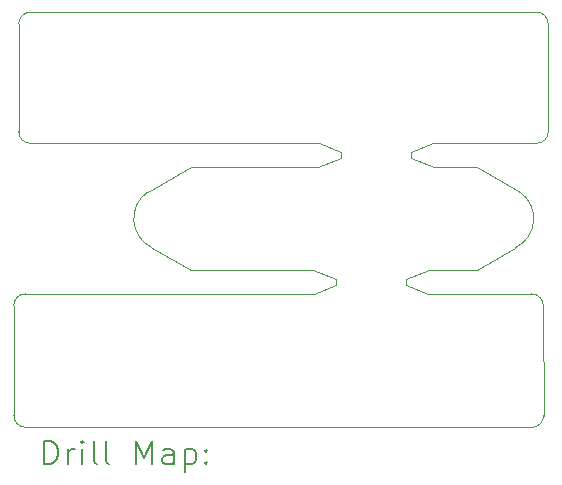
<source format=gbr>
%TF.GenerationSoftware,KiCad,Pcbnew,9.0.1*%
%TF.CreationDate,2025-06-23T12:59:58-04:00*%
%TF.ProjectId,Colossus_TI_rev_B,436f6c6f-7373-4757-935f-54495f726576,rev?*%
%TF.SameCoordinates,Original*%
%TF.FileFunction,Drillmap*%
%TF.FilePolarity,Positive*%
%FSLAX45Y45*%
G04 Gerber Fmt 4.5, Leading zero omitted, Abs format (unit mm)*
G04 Created by KiCad (PCBNEW 9.0.1) date 2025-06-23 12:59:58*
%MOMM*%
%LPD*%
G01*
G04 APERTURE LIST*
%ADD10C,0.038100*%
%ADD11C,0.200000*%
G04 APERTURE END LIST*
D10*
X7172711Y-5975290D02*
X7173000Y-5065000D01*
X8630000Y-6275000D02*
X9705000Y-6275000D01*
X8630000Y-7150000D02*
X8303750Y-6960000D01*
X10687500Y-6275000D02*
X11050000Y-6275000D01*
X7273000Y-4964978D02*
X11555289Y-4963711D01*
X11617289Y-8380289D02*
G75*
G02*
X11517289Y-8480289I-99999J-1D01*
G01*
X7272711Y-6075289D02*
G75*
G02*
X7172711Y-5975289I-1J99999D01*
G01*
X7232000Y-8480000D02*
G75*
G02*
X7132000Y-8380000I0J100000D01*
G01*
X10492500Y-6150000D02*
X10680000Y-6075000D01*
X7130000Y-7450000D02*
G75*
G02*
X7230000Y-7350000I100000J0D01*
G01*
X10450000Y-7275000D02*
X10637500Y-7350000D01*
X11515000Y-7350000D02*
X10637500Y-7350000D01*
X9857500Y-7275000D02*
X9670000Y-7350000D01*
X11515000Y-7350000D02*
G75*
G02*
X11615000Y-7450000I0J-100000D01*
G01*
X10645000Y-7150000D02*
X11050000Y-7150000D01*
X8630000Y-7150000D02*
X9662500Y-7150000D01*
X10492500Y-6200000D02*
X10687500Y-6275000D01*
X11050000Y-7150000D02*
X11377500Y-6960000D01*
X8303750Y-6960000D02*
G75*
G02*
X8265822Y-6486879I117500J247500D01*
G01*
X9857500Y-7225000D02*
X9857500Y-7275000D01*
X11555289Y-4963711D02*
G75*
G02*
X11655289Y-5063711I1J-99999D01*
G01*
X10492500Y-6200000D02*
X10492500Y-6150000D01*
X7232000Y-8480007D02*
X11517290Y-8480289D01*
X11657289Y-5975289D02*
G75*
G02*
X11557289Y-6075289I-99999J-1D01*
G01*
X10450000Y-7225000D02*
X10450000Y-7275000D01*
X9670000Y-7350000D02*
X7230000Y-7350000D01*
X9712500Y-6075000D02*
X7272711Y-6075000D01*
X10450000Y-7225000D02*
X10645000Y-7150000D01*
X11415428Y-6486879D02*
G75*
G02*
X11377500Y-6960000I-155428J-225621D01*
G01*
X11655289Y-5063711D02*
X11657500Y-5976000D01*
X11050000Y-6275000D02*
X11415428Y-6486879D01*
X9900000Y-6200000D02*
X9900000Y-6150000D01*
X8630000Y-6275000D02*
X8265822Y-6486879D01*
X9900000Y-6200000D02*
X9705000Y-6275000D01*
X11617289Y-8380290D02*
X11615000Y-7450000D01*
X7130000Y-7450000D02*
X7132000Y-8380000D01*
X7173000Y-5065000D02*
G75*
G02*
X7273000Y-4965000I100000J0D01*
G01*
X11557289Y-6075289D02*
X10680000Y-6075000D01*
X9857500Y-7225000D02*
X9662500Y-7150000D01*
X9900000Y-6150000D02*
X9712500Y-6075000D01*
D11*
X7388872Y-8793678D02*
X7388872Y-8593678D01*
X7388872Y-8593678D02*
X7436491Y-8593678D01*
X7436491Y-8593678D02*
X7465062Y-8603202D01*
X7465062Y-8603202D02*
X7484110Y-8622250D01*
X7484110Y-8622250D02*
X7493634Y-8641297D01*
X7493634Y-8641297D02*
X7503157Y-8679392D01*
X7503157Y-8679392D02*
X7503157Y-8707964D01*
X7503157Y-8707964D02*
X7493634Y-8746059D01*
X7493634Y-8746059D02*
X7484110Y-8765107D01*
X7484110Y-8765107D02*
X7465062Y-8784154D01*
X7465062Y-8784154D02*
X7436491Y-8793678D01*
X7436491Y-8793678D02*
X7388872Y-8793678D01*
X7588872Y-8793678D02*
X7588872Y-8660345D01*
X7588872Y-8698440D02*
X7598396Y-8679392D01*
X7598396Y-8679392D02*
X7607919Y-8669869D01*
X7607919Y-8669869D02*
X7626967Y-8660345D01*
X7626967Y-8660345D02*
X7646015Y-8660345D01*
X7712681Y-8793678D02*
X7712681Y-8660345D01*
X7712681Y-8593678D02*
X7703157Y-8603202D01*
X7703157Y-8603202D02*
X7712681Y-8612726D01*
X7712681Y-8612726D02*
X7722205Y-8603202D01*
X7722205Y-8603202D02*
X7712681Y-8593678D01*
X7712681Y-8593678D02*
X7712681Y-8612726D01*
X7836491Y-8793678D02*
X7817443Y-8784154D01*
X7817443Y-8784154D02*
X7807919Y-8765107D01*
X7807919Y-8765107D02*
X7807919Y-8593678D01*
X7941253Y-8793678D02*
X7922205Y-8784154D01*
X7922205Y-8784154D02*
X7912681Y-8765107D01*
X7912681Y-8765107D02*
X7912681Y-8593678D01*
X8169824Y-8793678D02*
X8169824Y-8593678D01*
X8169824Y-8593678D02*
X8236491Y-8736535D01*
X8236491Y-8736535D02*
X8303157Y-8593678D01*
X8303157Y-8593678D02*
X8303157Y-8793678D01*
X8484110Y-8793678D02*
X8484110Y-8688916D01*
X8484110Y-8688916D02*
X8474586Y-8669869D01*
X8474586Y-8669869D02*
X8455539Y-8660345D01*
X8455539Y-8660345D02*
X8417443Y-8660345D01*
X8417443Y-8660345D02*
X8398396Y-8669869D01*
X8484110Y-8784154D02*
X8465062Y-8793678D01*
X8465062Y-8793678D02*
X8417443Y-8793678D01*
X8417443Y-8793678D02*
X8398396Y-8784154D01*
X8398396Y-8784154D02*
X8388872Y-8765107D01*
X8388872Y-8765107D02*
X8388872Y-8746059D01*
X8388872Y-8746059D02*
X8398396Y-8727011D01*
X8398396Y-8727011D02*
X8417443Y-8717488D01*
X8417443Y-8717488D02*
X8465062Y-8717488D01*
X8465062Y-8717488D02*
X8484110Y-8707964D01*
X8579348Y-8660345D02*
X8579348Y-8860345D01*
X8579348Y-8669869D02*
X8598396Y-8660345D01*
X8598396Y-8660345D02*
X8636491Y-8660345D01*
X8636491Y-8660345D02*
X8655539Y-8669869D01*
X8655539Y-8669869D02*
X8665062Y-8679392D01*
X8665062Y-8679392D02*
X8674586Y-8698440D01*
X8674586Y-8698440D02*
X8674586Y-8755583D01*
X8674586Y-8755583D02*
X8665062Y-8774630D01*
X8665062Y-8774630D02*
X8655539Y-8784154D01*
X8655539Y-8784154D02*
X8636491Y-8793678D01*
X8636491Y-8793678D02*
X8598396Y-8793678D01*
X8598396Y-8793678D02*
X8579348Y-8784154D01*
X8760300Y-8774630D02*
X8769824Y-8784154D01*
X8769824Y-8784154D02*
X8760300Y-8793678D01*
X8760300Y-8793678D02*
X8750777Y-8784154D01*
X8750777Y-8784154D02*
X8760300Y-8774630D01*
X8760300Y-8774630D02*
X8760300Y-8793678D01*
X8760300Y-8669869D02*
X8769824Y-8679392D01*
X8769824Y-8679392D02*
X8760300Y-8688916D01*
X8760300Y-8688916D02*
X8750777Y-8679392D01*
X8750777Y-8679392D02*
X8760300Y-8669869D01*
X8760300Y-8669869D02*
X8760300Y-8688916D01*
M02*

</source>
